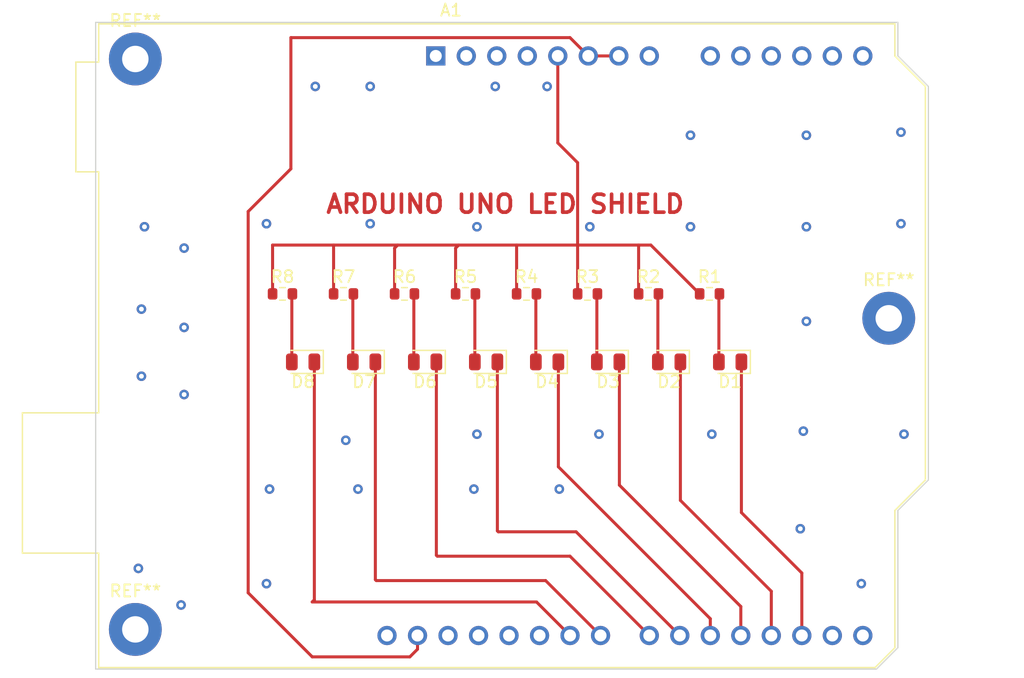
<source format=kicad_pcb>
(kicad_pcb (version 20221018) (generator pcbnew)
  (layers (0 "F.Cu" signal) (31 "B.Cu" signal) (34 "B.Paste" user) (35 "F.Paste" user) (36 "B.SilkS" user "B.Silkscreen") (37 "F.SilkS" user "F.Silkscreen") (38 "B.Mask" user) (39 "F.Mask" user) (44 "Edge.Cuts" user))
  (net 0 "")
  (net 1 "Net-(A1-+5V)")
  (net 2 "Net-(D8-A)")
  (net 3 "Net-(D7-A)")
  (net 4 "Net-(D6-A)")
  (net 5 "Net-(D5-A)")
  (net 6 "Net-(D4-A)")
  (net 7 "Net-(D3-A)")
  (net 8 "Net-(D2-A)")
  (net 9 "Net-(D1-A)")
  (net 14 "GND")
  (net 24 "Net-(A1-D2)")
  (net 25 "Net-(A1-D3)")
  (net 26 "Net-(A1-D4)")
  (net 27 "Net-(A1-D5)")
  (net 28 "Net-(A1-D6)")
  (net 29 "Net-(A1-D7)")
  (net 30 "Net-(A1-D8)")
  (net 31 "Net-(A1-D9)")
  (footprint "LED_SMD:LED_0805_2012Metric" (layer "F.Cu") (at 140.716 95.3285 180)
    (fp_text reference "D2" (at 0 -1.65) (layer "F.SilkS"))
    (fp_text value "LED")
    (fp_line (start -1.685 -0.96) (end -1.685 0.96) (stroke (width 0.12)) (layer "F.SilkS"))
    (fp_line (start -1.685 0.96) (end 1 0.96) (stroke (width 0.12)) (layer "F.SilkS"))
    (fp_line (start 1 -0.96) (end -1.685 -0.96) (stroke (width 0.12)) (layer "F.SilkS"))
    (pad "1" smd roundrect (at -0.9375 0 180) (size 0.975 1.4) (layers "F.Cu" "F.Paste" "F.Mask") (net 25 "Net-(A1-D3)"))
    (pad "2" smd roundrect (at 0.9375 0 180) (size 0.975 1.4) (layers "F.Cu" "F.Paste" "F.Mask") (net 8 "Net-(D2-A)"))
  )
  (footprint "Resistor_SMD:R_0603_1608Metric" (layer "F.Cu") (at 123.761 89.662)
    (fp_text reference "R5" (at 0 -1.43) (layer "F.SilkS"))
    (fp_text value "247")
    (fp_line (start -0.237258 -0.5225) (end 0.237258 -0.5225) (stroke (width 0.12)) (layer "F.SilkS"))
    (fp_line (start -0.237258 0.5225) (end 0.237258 0.5225) (stroke (width 0.12)) (layer "F.SilkS"))
    (pad "1" smd roundrect (at -0.825 0) (size 0.8 0.95) (layers "F.Cu" "F.Paste" "F.Mask") (net 1 "Net-(A1-+5V)"))
    (pad "2" smd roundrect (at 0.825 0) (size 0.8 0.95) (layers "F.Cu" "F.Paste" "F.Mask") (net 5 "Net-(D5-A)"))
  )
  (footprint "LED_SMD:LED_0805_2012Metric" (layer "F.Cu") (at 115.316 95.3285 180)
    (fp_text reference "D7" (at 0 -1.65) (layer "F.SilkS"))
    (fp_text value "LED")
    (fp_line (start -1.685 -0.96) (end -1.685 0.96) (stroke (width 0.12)) (layer "F.SilkS"))
    (fp_line (start -1.685 0.96) (end 1 0.96) (stroke (width 0.12)) (layer "F.SilkS"))
    (fp_line (start 1 -0.96) (end -1.685 -0.96) (stroke (width 0.12)) (layer "F.SilkS"))
    (pad "1" smd roundrect (at -0.9375 0 180) (size 0.975 1.4) (layers "F.Cu" "F.Paste" "F.Mask") (net 30 "Net-(A1-D8)"))
    (pad "2" smd roundrect (at 0.9375 0 180) (size 0.975 1.4) (layers "F.Cu" "F.Paste" "F.Mask") (net 3 "Net-(D7-A)"))
  )
  (footprint "Resistor_SMD:R_0603_1608Metric" (layer "F.Cu") (at 108.521 89.662)
    (fp_text reference "R8" (at 0 -1.43) (layer "F.SilkS"))
    (fp_text value "247")
    (fp_line (start -0.237258 -0.5225) (end 0.237258 -0.5225) (stroke (width 0.12)) (layer "F.SilkS"))
    (fp_line (start -0.237258 0.5225) (end 0.237258 0.5225) (stroke (width 0.12)) (layer "F.SilkS"))
    (pad "1" smd roundrect (at -0.825 0) (size 0.8 0.95) (layers "F.Cu" "F.Paste" "F.Mask") (net 1 "Net-(A1-+5V)"))
    (pad "2" smd roundrect (at 0.825 0) (size 0.8 0.95) (layers "F.Cu" "F.Paste" "F.Mask") (net 2 "Net-(D8-A)"))
  )
  (footprint "Resistor_SMD:R_0603_1608Metric" (layer "F.Cu") (at 139.001 89.662)
    (fp_text reference "R2" (at 0 -1.43) (layer "F.SilkS"))
    (fp_text value "247")
    (fp_line (start -0.237258 -0.5225) (end 0.237258 -0.5225) (stroke (width 0.12)) (layer "F.SilkS"))
    (fp_line (start -0.237258 0.5225) (end 0.237258 0.5225) (stroke (width 0.12)) (layer "F.SilkS"))
    (pad "1" smd roundrect (at -0.825 0) (size 0.8 0.95) (layers "F.Cu" "F.Paste" "F.Mask") (net 1 "Net-(A1-+5V)"))
    (pad "2" smd roundrect (at 0.825 0) (size 0.8 0.95) (layers "F.Cu" "F.Paste" "F.Mask") (net 8 "Net-(D2-A)"))
  )
  (footprint "LED_SMD:LED_0805_2012Metric" (layer "F.Cu") (at 120.396 95.3285 180)
    (fp_text reference "D6" (at 0 -1.65) (layer "F.SilkS"))
    (fp_text value "LED")
    (fp_line (start -1.685 -0.96) (end -1.685 0.96) (stroke (width 0.12)) (layer "F.SilkS"))
    (fp_line (start -1.685 0.96) (end 1 0.96) (stroke (width 0.12)) (layer "F.SilkS"))
    (fp_line (start 1 -0.96) (end -1.685 -0.96) (stroke (width 0.12)) (layer "F.SilkS"))
    (pad "1" smd roundrect (at -0.9375 0 180) (size 0.975 1.4) (layers "F.Cu" "F.Paste" "F.Mask") (net 29 "Net-(A1-D7)"))
    (pad "2" smd roundrect (at 0.9375 0 180) (size 0.975 1.4) (layers "F.Cu" "F.Paste" "F.Mask") (net 4 "Net-(D6-A)"))
  )
  (footprint "Resistor_SMD:R_0603_1608Metric" (layer "F.Cu") (at 133.921 89.662)
    (fp_text reference "R3" (at 0 -1.43) (layer "F.SilkS"))
    (fp_text value "247")
    (fp_line (start -0.237258 -0.5225) (end 0.237258 -0.5225) (stroke (width 0.12)) (layer "F.SilkS"))
    (fp_line (start -0.237258 0.5225) (end 0.237258 0.5225) (stroke (width 0.12)) (layer "F.SilkS"))
    (pad "1" smd roundrect (at -0.825 0) (size 0.8 0.95) (layers "F.Cu" "F.Paste" "F.Mask") (net 1 "Net-(A1-+5V)"))
    (pad "2" smd roundrect (at 0.825 0) (size 0.8 0.95) (layers "F.Cu" "F.Paste" "F.Mask") (net 7 "Net-(D3-A)"))
  )
  (footprint "MountingHole:MountingHole_2.2mm_M2_Pad" (layer "F.Cu") (at 96.266 70.104)
    (fp_text reference "REF**" (at 0 -3.2) (layer "F.SilkS"))
    (fp_text value "MountingHole_2.2mm_M2_Pad")
    (pad "1" thru_hole circle (at 0 0) (size 4.4 4.4) (drill 2.2) (layers "*.Cu" "*.Mask"))
  )
  (footprint "LED_SMD:LED_0805_2012Metric" (layer "F.Cu") (at 135.636 95.3285 180)
    (fp_text reference "D3" (at 0 -1.65) (layer "F.SilkS"))
    (fp_text value "LED")
    (fp_line (start -1.685 -0.96) (end -1.685 0.96) (stroke (width 0.12)) (layer "F.SilkS"))
    (fp_line (start -1.685 0.96) (end 1 0.96) (stroke (width 0.12)) (layer "F.SilkS"))
    (fp_line (start 1 -0.96) (end -1.685 -0.96) (stroke (width 0.12)) (layer "F.SilkS"))
    (pad "1" smd roundrect (at -0.9375 0 180) (size 0.975 1.4) (layers "F.Cu" "F.Paste" "F.Mask") (net 26 "Net-(A1-D4)"))
    (pad "2" smd roundrect (at 0.9375 0 180) (size 0.975 1.4) (layers "F.Cu" "F.Paste" "F.Mask") (net 7 "Net-(D3-A)"))
  )
  (footprint "Resistor_SMD:R_0603_1608Metric" (layer "F.Cu") (at 113.601 89.662)
    (fp_text reference "R7" (at 0 -1.43) (layer "F.SilkS"))
    (fp_text value "247")
    (fp_line (start -0.237258 -0.5225) (end 0.237258 -0.5225) (stroke (width 0.12)) (layer "F.SilkS"))
    (fp_line (start -0.237258 0.5225) (end 0.237258 0.5225) (stroke (width 0.12)) (layer "F.SilkS"))
    (pad "1" smd roundrect (at -0.825 0) (size 0.8 0.95) (layers "F.Cu" "F.Paste" "F.Mask") (net 1 "Net-(A1-+5V)"))
    (pad "2" smd roundrect (at 0.825 0) (size 0.8 0.95) (layers "F.Cu" "F.Paste" "F.Mask") (net 3 "Net-(D7-A)"))
  )
  (footprint "Resistor_SMD:R_0603_1608Metric" (layer "F.Cu") (at 118.681 89.662)
    (fp_text reference "R6" (at 0 -1.43) (layer "F.SilkS"))
    (fp_text value "247")
    (fp_line (start -0.237258 -0.5225) (end 0.237258 -0.5225) (stroke (width 0.12)) (layer "F.SilkS"))
    (fp_line (start -0.237258 0.5225) (end 0.237258 0.5225) (stroke (width 0.12)) (layer "F.SilkS"))
    (pad "1" smd roundrect (at -0.825 0) (size 0.8 0.95) (layers "F.Cu" "F.Paste" "F.Mask") (net 1 "Net-(A1-+5V)"))
    (pad "2" smd roundrect (at 0.825 0) (size 0.8 0.95) (layers "F.Cu" "F.Paste" "F.Mask") (net 4 "Net-(D6-A)"))
  )
  (footprint "MountingHole:MountingHole_2.2mm_M2_Pad" (layer "F.Cu") (at 159.004 91.694)
    (fp_text reference "REF**" (at 0 -3.2) (layer "F.SilkS"))
    (fp_text value "MountingHole_2.2mm_M2_Pad")
    (pad "1" thru_hole circle (at 0 0) (size 4.4 4.4) (drill 2.2) (layers "*.Cu" "*.Mask"))
  )
  (footprint "LED_SMD:LED_0805_2012Metric" (layer "F.Cu") (at 145.796 95.3285 180)
    (fp_text reference "D1" (at 0 -1.65) (layer "F.SilkS"))
    (fp_text value "LED")
    (fp_line (start -1.685 -0.96) (end -1.685 0.96) (stroke (width 0.12)) (layer "F.SilkS"))
    (fp_line (start -1.685 0.96) (end 1 0.96) (stroke (width 0.12)) (layer "F.SilkS"))
    (fp_line (start 1 -0.96) (end -1.685 -0.96) (stroke (width 0.12)) (layer "F.SilkS"))
    (pad "1" smd roundrect (at -0.9375 0 180) (size 0.975 1.4) (layers "F.Cu" "F.Paste" "F.Mask") (net 24 "Net-(A1-D2)"))
    (pad "2" smd roundrect (at 0.9375 0 180) (size 0.975 1.4) (layers "F.Cu" "F.Paste" "F.Mask") (net 9 "Net-(D1-A)"))
  )
  (footprint "Resistor_SMD:R_0603_1608Metric" (layer "F.Cu") (at 128.841 89.662)
    (fp_text reference "R4" (at 0 -1.43) (layer "F.SilkS"))
    (fp_text value "247")
    (fp_line (start -0.237258 -0.5225) (end 0.237258 -0.5225) (stroke (width 0.12)) (layer "F.SilkS"))
    (fp_line (start -0.237258 0.5225) (end 0.237258 0.5225) (stroke (width 0.12)) (layer "F.SilkS"))
    (pad "1" smd roundrect (at -0.825 0) (size 0.8 0.95) (layers "F.Cu" "F.Paste" "F.Mask") (net 1 "Net-(A1-+5V)"))
    (pad "2" smd roundrect (at 0.825 0) (size 0.8 0.95) (layers "F.Cu" "F.Paste" "F.Mask") (net 6 "Net-(D4-A)"))
  )
  (footprint "LED_SMD:LED_0805_2012Metric" (layer "F.Cu") (at 130.556 95.3285 180)
    (fp_text reference "D4" (at 0 -1.65) (layer "F.SilkS"))
    (fp_text value "LED")
    (fp_line (start -1.685 -0.96) (end -1.685 0.96) (stroke (width 0.12)) (layer "F.SilkS"))
    (fp_line (start -1.685 0.96) (end 1 0.96) (stroke (width 0.12)) (layer "F.SilkS"))
    (fp_line (start 1 -0.96) (end -1.685 -0.96) (stroke (width 0.12)) (layer "F.SilkS"))
    (pad "1" smd roundrect (at -0.9375 0 180) (size 0.975 1.4) (layers "F.Cu" "F.Paste" "F.Mask") (net 27 "Net-(A1-D5)"))
    (pad "2" smd roundrect (at 0.9375 0 180) (size 0.975 1.4) (layers "F.Cu" "F.Paste" "F.Mask") (net 6 "Net-(D4-A)"))
  )
  (footprint "LED_SMD:LED_0805_2012Metric" (layer "F.Cu") (at 110.236 95.3285 180)
    (fp_text reference "D8" (at 0 -1.65) (layer "F.SilkS"))
    (fp_text value "LED")
    (fp_line (start -1.685 -0.96) (end -1.685 0.96) (stroke (width 0.12)) (layer "F.SilkS"))
    (fp_line (start -1.685 0.96) (end 1 0.96) (stroke (width 0.12)) (layer "F.SilkS"))
    (fp_line (start 1 -0.96) (end -1.685 -0.96) (stroke (width 0.12)) (layer "F.SilkS"))
    (pad "1" smd roundrect (at -0.9375 0 180) (size 0.975 1.4) (layers "F.Cu" "F.Paste" "F.Mask") (net 31 "Net-(A1-D9)"))
    (pad "2" smd roundrect (at 0.9375 0 180) (size 0.975 1.4) (layers "F.Cu" "F.Paste" "F.Mask") (net 2 "Net-(D8-A)"))
  )
  (footprint "LED_SMD:LED_0805_2012Metric" (layer "F.Cu") (at 125.476 95.3285 180)
    (fp_text reference "D5" (at 0 -1.65) (layer "F.SilkS"))
    (fp_text value "LED")
    (fp_line (start -1.685 -0.96) (end -1.685 0.96) (stroke (width 0.12)) (layer "F.SilkS"))
    (fp_line (start -1.685 0.96) (end 1 0.96) (stroke (width 0.12)) (layer "F.SilkS"))
    (fp_line (start 1 -0.96) (end -1.685 -0.96) (stroke (width 0.12)) (layer "F.SilkS"))
    (pad "1" smd roundrect (at -0.9375 0 180) (size 0.975 1.4) (layers "F.Cu" "F.Paste" "F.Mask") (net 28 "Net-(A1-D6)"))
    (pad "2" smd roundrect (at 0.9375 0 180) (size 0.975 1.4) (layers "F.Cu" "F.Paste" "F.Mask") (net 5 "Net-(D5-A)"))
  )
  (footprint "Module:Arduino_UNO_R2" (layer "F.Cu") (at 121.285 69.85)
    (fp_text reference "A1" (at 1.27 -3.81 180) (layer "F.SilkS"))
    (fp_text value "Arduino_UNO_R2")
    (fp_line (start -34.42 29.72) (end -34.42 41.4) (stroke (width 0.12)) (layer "F.SilkS"))
    (fp_line (start -34.42 41.4) (end -28.07 41.4) (stroke (width 0.12)) (layer "F.SilkS"))
    (fp_line (start -29.97 0.51) (end -29.97 9.65) (stroke (width 0.12)) (layer "F.SilkS"))
    (fp_line (start -29.97 9.65) (end -28.07 9.65) (stroke (width 0.12)) (layer "F.SilkS"))
    (fp_line (start -28.07 -2.67) (end -28.07 0.51) (stroke (width 0.12)) (layer "F.SilkS"))
    (fp_line (start -28.07 0.51) (end -29.97 0.51) (stroke (width 0.12)) (layer "F.SilkS"))
    (fp_line (start -28.07 9.65) (end -28.07 29.72) (stroke (width 0.12)) (layer "F.SilkS"))
    (fp_line (start -28.07 29.72) (end -34.42 29.72) (stroke (width 0.12)) (layer "F.SilkS"))
    (fp_line (start -28.07 41.4) (end -28.07 50.93) (stroke (width 0.12)) (layer "F.SilkS"))
    (fp_line (start -28.07 50.93) (end 36.58 50.93) (stroke (width 0.12)) (layer "F.SilkS"))
    (fp_line (start 36.58 50.93) (end 38.23 49.28) (stroke (width 0.12)) (layer "F.SilkS"))
    (fp_line (start 38.23 -2.67) (end -28.07 -2.67) (stroke (width 0.12)) (layer "F.SilkS"))
    (fp_line (start 38.23 0) (end 38.23 -2.67) (stroke (width 0.12)) (layer "F.SilkS"))
    (fp_line (start 38.23 37.85) (end 40.77 35.31) (stroke (width 0.12)) (layer "F.SilkS"))
    (fp_line (start 38.23 49.28) (end 38.23 37.85) (stroke (width 0.12)) (layer "F.SilkS"))
    (fp_line (start 40.77 2.54) (end 38.23 0) (stroke (width 0.12)) (layer "F.SilkS"))
    (fp_line (start 40.77 35.31) (end 40.77 2.54) (stroke (width 0.12)) (layer "F.SilkS"))
    (pad "1" thru_hole rect (at 0 0 90) (size 1.6 1.6) (drill 1) (layers "*.Cu" "*.Mask"))
    (pad "2" thru_hole oval (at 2.54 0 90) (size 1.6 1.6) (drill 1) (layers "*.Cu" "*.Mask"))
    (pad "3" thru_hole oval (at 5.08 0 90) (size 1.6 1.6) (drill 1) (layers "*.Cu" "*.Mask"))
    (pad "4" thru_hole oval (at 7.62 0 90) (size 1.6 1.6) (drill 1) (layers "*.Cu" "*.Mask"))
    (pad "5" thru_hole oval (at 10.16 0 90) (size 1.6 1.6) (drill 1) (layers "*.Cu" "*.Mask") (net 1 "Net-(A1-+5V)"))
    (pad "6" thru_hole oval (at 12.7 0 90) (size 1.6 1.6) (drill 1) (layers "*.Cu" "*.Mask") (net 14 "GND"))
    (pad "7" thru_hole oval (at 15.24 0 90) (size 1.6 1.6) (drill 1) (layers "*.Cu" "*.Mask") (net 14 "GND"))
    (pad "8" thru_hole oval (at 17.78 0 90) (size 1.6 1.6) (drill 1) (layers "*.Cu" "*.Mask"))
    (pad "9" thru_hole oval (at 22.86 0 90) (size 1.6 1.6) (drill 1) (layers "*.Cu" "*.Mask"))
    (pad "10" thru_hole oval (at 25.4 0 90) (size 1.6 1.6) (drill 1) (layers "*.Cu" "*.Mask"))
    (pad "11" thru_hole oval (at 27.94 0 90) (size 1.6 1.6) (drill 1) (layers "*.Cu" "*.Mask"))
    (pad "12" thru_hole oval (at 30.48 0 90) (size 1.6 1.6) (drill 1) (layers "*.Cu" "*.Mask"))
    (pad "13" thru_hole oval (at 33.02 0 90) (size 1.6 1.6) (drill 1) (layers "*.Cu" "*.Mask"))
    (pad "14" thru_hole oval (at 35.56 0 90) (size 1.6 1.6) (drill 1) (layers "*.Cu" "*.Mask"))
    (pad "15" thru_hole oval (at 35.56 48.26 90) (size 1.6 1.6) (drill 1) (layers "*.Cu" "*.Mask"))
    (pad "16" thru_hole oval (at 33.02 48.26 90) (size 1.6 1.6) (drill 1) (layers "*.Cu" "*.Mask"))
    (pad "17" thru_hole oval (at 30.48 48.26 90) (size 1.6 1.6) (drill 1) (layers "*.Cu" "*.Mask") (net 24 "Net-(A1-D2)"))
    (pad "18" thru_hole oval (at 27.94 48.26 90) (size 1.6 1.6) (drill 1) (layers "*.Cu" "*.Mask") (net 25 "Net-(A1-D3)"))
    (pad "19" thru_hole oval (at 25.4 48.26 90) (size 1.6 1.6) (drill 1) (layers "*.Cu" "*.Mask") (net 26 "Net-(A1-D4)"))
    (pad "20" thru_hole oval (at 22.86 48.26 90) (size 1.6 1.6) (drill 1) (layers "*.Cu" "*.Mask") (net 27 "Net-(A1-D5)"))
    (pad "21" thru_hole oval (at 20.32 48.26 90) (size 1.6 1.6) (drill 1) (layers "*.Cu" "*.Mask") (net 28 "Net-(A1-D6)"))
    (pad "22" thru_hole oval (at 17.78 48.26 90) (size 1.6 1.6) (drill 1) (layers "*.Cu" "*.Mask") (net 29 "Net-(A1-D7)"))
    (pad "23" thru_hole oval (at 13.72 48.26 90) (size 1.6 1.6) (drill 1) (layers "*.Cu" "*.Mask") (net 30 "Net-(A1-D8)"))
    (pad "24" thru_hole oval (at 11.18 48.26 90) (size 1.6 1.6) (drill 1) (layers "*.Cu" "*.Mask") (net 31 "Net-(A1-D9)"))
    (pad "25" thru_hole oval (at 8.64 48.26 90) (size 1.6 1.6) (drill 1) (layers "*.Cu" "*.Mask"))
    (pad "26" thru_hole oval (at 6.1 48.26 90) (size 1.6 1.6) (drill 1) (layers "*.Cu" "*.Mask"))
    (pad "27" thru_hole oval (at 3.56 48.26 90) (size 1.6 1.6) (drill 1) (layers "*.Cu" "*.Mask"))
    (pad "28" thru_hole oval (at 1.02 48.26 90) (size 1.6 1.6) (drill 1) (layers "*.Cu" "*.Mask"))
    (pad "29" thru_hole oval (at -1.52 48.26 90) (size 1.6 1.6) (drill 1) (layers "*.Cu" "*.Mask") (net 14 "GND"))
    (pad "30" thru_hole oval (at -4.06 48.26 90) (size 1.6 1.6) (drill 1) (layers "*.Cu" "*.Mask"))
  )
  (footprint "Resistor_SMD:R_0603_1608Metric" (layer "F.Cu") (at 144.081 89.662)
    (fp_text reference "R1" (at 0 -1.43) (layer "F.SilkS"))
    (fp_text value "247")
    (fp_line (start -0.237258 -0.5225) (end 0.237258 -0.5225) (stroke (width 0.12)) (layer "F.SilkS"))
    (fp_line (start -0.237258 0.5225) (end 0.237258 0.5225) (stroke (width 0.12)) (layer "F.SilkS"))
    (pad "1" smd roundrect (at -0.825 0) (size 0.8 0.95) (layers "F.Cu" "F.Paste" "F.Mask") (net 1 "Net-(A1-+5V)"))
    (pad "2" smd roundrect (at 0.825 0) (size 0.8 0.95) (layers "F.Cu" "F.Paste" "F.Mask") (net 9 "Net-(D1-A)"))
  )
  (footprint "MountingHole:MountingHole_2.2mm_M2_Pad" (layer "F.Cu") (at 96.266 117.602)
    (fp_text reference "REF**" (at 0 -3.2) (layer "F.SilkS"))
    (fp_text value "MountingHole_2.2mm_M2_Pad")
    (pad "1" thru_hole circle (at 0 0) (size 4.4 4.4) (drill 2.2) (layers "*.Cu" "*.Mask"))
  )
  (gr_line (start 162.306 105.156) (end 159.766 107.696) (stroke (width 0.1)) (layer "Edge.Cuts"))
  (gr_line (start 92.964 70.104) (end 92.964 120.904) (stroke (width 0.1)) (layer "Edge.Cuts"))
  (gr_line (start 159.766 67.056) (end 159.766 69.85) (stroke (width 0.1)) (layer "Edge.Cuts"))
  (gr_line (start 157.988 120.904) (end 92.964 120.904) (stroke (width 0.1)) (layer "Edge.Cuts"))
  (gr_line (start 159.766 119.126) (end 157.988 120.904) (stroke (width 0.1)) (layer "Edge.Cuts"))
  (gr_line (start 159.766 107.696) (end 159.766 119.126) (stroke (width 0.1)) (layer "Edge.Cuts"))
  (gr_line (start 159.766 69.85) (end 162.306 72.39) (stroke (width 0.1)) (layer "Edge.Cuts"))
  (gr_line (start 162.306 72.39) (end 162.306 105.156) (stroke (width 0.1)) (layer "Edge.Cuts"))
  (gr_line (start 92.964 70.104) (end 92.964 67.056) (stroke (width 0.1)) (layer "Edge.Cuts"))
  (gr_line (start 92.964 67.056) (end 159.766 67.056) (stroke (width 0.1)) (layer "Edge.Cuts"))
  (gr_text "ARDUINO UNO LED SHIELD" (at 112.014 83.058) (layer "F.Cu") (effects (font (size 1.5 1.5) (thickness 0.3) bold) (justify left bottom)))
  (via (at 100.33 98.044) (size 0.8) (drill 0.4) (layers "F.Cu" "B.Cu") (net 0))
  (via (at 130.556 72.39) (size 0.8) (drill 0.4) (layers "F.Cu" "B.Cu") (net 0))
  (via (at 115.824 72.39) (size 0.8) (drill 0.4) (layers "F.Cu" "B.Cu") (net 0))
  (via (at 134.874 101.346) (size 0.8) (drill 0.4) (layers "F.Cu" "B.Cu") (net 0))
  (via (at 124.714 101.346) (size 0.8) (drill 0.4) (layers "F.Cu" "B.Cu") (net 0))
  (via (at 142.494 84.074) (size 0.8) (drill 0.4) (layers "F.Cu" "B.Cu") (net 0))
  (via (at 156.718 113.792) (size 0.8) (drill 0.4) (layers "F.Cu" "B.Cu") (net 0))
  (via (at 113.792 101.854) (size 0.8) (drill 0.4) (layers "F.Cu" "B.Cu") (net 0))
  (via (at 100.33 92.456) (size 0.8) (drill 0.4) (layers "F.Cu" "B.Cu") (net 0))
  (via (at 96.774 96.52) (size 0.8) (drill 0.4) (layers "F.Cu" "B.Cu") (net 0))
  (via (at 126.238 72.39) (size 0.8) (drill 0.4) (layers "F.Cu" "B.Cu") (net 0))
  (via (at 142.494 76.454) (size 0.8) (drill 0.4) (layers "F.Cu" "B.Cu") (net 0))
  (via (at 114.808 105.918) (size 0.8) (drill 0.4) (layers "F.Cu" "B.Cu") (net 0))
  (via (at 96.52 112.522) (size 0.8) (drill 0.4) (layers "F.Cu" "B.Cu") (net 0))
  (via (at 151.892 101.092) (size 0.8) (drill 0.4) (layers "F.Cu" "B.Cu") (net 0))
  (via (at 107.188 113.792) (size 0.8) (drill 0.4) (layers "F.Cu" "B.Cu") (net 0))
  (via (at 96.774 90.932) (size 0.8) (drill 0.4) (layers "F.Cu" "B.Cu") (net 0))
  (via (at 100.33 85.852) (size 0.8) (drill 0.4) (layers "F.Cu" "B.Cu") (net 0))
  (via (at 97.028 84.074) (size 0.8) (drill 0.4) (layers "F.Cu" "B.Cu") (net 0))
  (via (at 152.146 84.074) (size 0.8) (drill 0.4) (layers "F.Cu" "B.Cu") (net 0))
  (via (at 160.02 83.82) (size 0.8) (drill 0.4) (layers "F.Cu" "B.Cu") (net 0))
  (via (at 100.076 115.57) (size 0.8) (drill 0.4) (layers "F.Cu" "B.Cu") (net 0))
  (via (at 160.274 101.346) (size 0.8) (drill 0.4) (layers "F.Cu" "B.Cu") (net 0))
  (via (at 124.714 84.074) (size 0.8) (drill 0.4) (layers "F.Cu" "B.Cu") (net 0))
  (via (at 107.188 83.82) (size 0.8) (drill 0.4) (layers "F.Cu" "B.Cu") (net 0))
  (via (at 134.112 84.074) (size 0.8) (drill 0.4) (layers "F.Cu" "B.Cu") (net 0))
  (via (at 107.442 105.918) (size 0.8) (drill 0.4) (layers "F.Cu" "B.Cu") (net 0))
  (via (at 144.272 101.346) (size 0.8) (drill 0.4) (layers "F.Cu" "B.Cu") (net 0))
  (via (at 131.572 105.918) (size 0.8) (drill 0.4) (layers "F.Cu" "B.Cu") (net 0))
  (via (at 115.824 83.82) (size 0.8) (drill 0.4) (layers "F.Cu" "B.Cu") (net 0))
  (via (at 111.252 72.39) (size 0.8) (drill 0.4) (layers "F.Cu" "B.Cu") (net 0))
  (via (at 151.638 109.22) (size 0.8) (drill 0.4) (layers "F.Cu" "B.Cu") (net 0))
  (via (at 160.02 76.2) (size 0.8) (drill 0.4) (layers "F.Cu" "B.Cu") (net 0))
  (via (at 152.146 91.948) (size 0.8) (drill 0.4) (layers "F.Cu" "B.Cu") (net 0))
  (via (at 152.146 76.454) (size 0.8) (drill 0.4) (layers "F.Cu" "B.Cu") (net 0))
  (via (at 124.46 105.918) (size 0.8) (drill 0.4) (layers "F.Cu" "B.Cu") (net 0))
  (segment (start 123.19 85.598) (end 118.11 85.598) (width 0.25) (layer "F.Cu") (net 1))
  (segment (start 138.176 89.662) (end 138.176 85.598) (width 0.25) (layer "F.Cu") (net 1))
  (segment (start 131.445 69.85) (end 131.445 77.089) (width 0.25) (layer "F.Cu") (net 1))
  (segment (start 133.096 89.662) (end 133.096 85.598) (width 0.25) (layer "F.Cu") (net 1))
  (segment (start 131.445 77.089) (end 133.096 78.74) (width 0.25) (layer "F.Cu") (net 1))
  (segment (start 133.096 78.74) (end 133.096 85.598) (width 0.25) (layer "F.Cu") (net 1))
  (segment (start 118.11 85.598) (end 112.776 85.598) (width 0.25) (layer "F.Cu") (net 1))
  (segment (start 139.192 85.598) (end 138.176 85.598) (width 0.25) (layer "F.Cu") (net 1))
  (segment (start 112.776 89.662) (end 112.776 85.598) (width 0.25) (layer "F.Cu") (net 1))
  (segment (start 117.856 89.662) (end 117.856 85.852) (width 0.25) (layer "F.Cu") (net 1))
  (segment (start 117.856 85.852) (end 118.11 85.598) (width 0.25) (layer "F.Cu") (net 1))
  (segment (start 138.176 85.598) (end 133.096 85.598) (width 0.25) (layer "F.Cu") (net 1))
  (segment (start 128.016 89.662) (end 128.016 85.598) (width 0.25) (layer "F.Cu") (net 1))
  (segment (start 122.936 89.662) (end 122.936 85.852) (width 0.25) (layer "F.Cu") (net 1))
  (segment (start 143.256 89.662) (end 139.192 85.598) (width 0.25) (layer "F.Cu") (net 1))
  (segment (start 107.696 85.598) (end 107.696 89.662) (width 0.25) (layer "F.Cu") (net 1))
  (segment (start 122.936 85.852) (end 123.19 85.598) (width 0.25) (layer "F.Cu") (net 1))
  (segment (start 112.776 85.598) (end 107.696 85.598) (width 0.25) (layer "F.Cu") (net 1))
  (segment (start 128.016 85.598) (end 123.19 85.598) (width 0.25) (layer "F.Cu") (net 1))
  (segment (start 133.096 85.598) (end 128.016 85.598) (width 0.25) (layer "F.Cu") (net 1))
  (segment (start 109.2985 95.3285) (end 109.2985 89.7095) (width 0.25) (layer "F.Cu") (net 2))
  (segment (start 109.2985 89.7095) (end 109.346 89.662) (width 0.25) (layer "F.Cu") (net 2))
  (segment (start 114.3785 95.3285) (end 114.3785 89.7095) (width 0.25) (layer "F.Cu") (net 3))
  (segment (start 114.3785 89.7095) (end 114.426 89.662) (width 0.25) (layer "F.Cu") (net 3))
  (segment (start 119.4585 95.3285) (end 119.4585 89.7095) (width 0.25) (layer "F.Cu") (net 4))
  (segment (start 119.4585 89.7095) (end 119.506 89.662) (width 0.25) (layer "F.Cu") (net 4))
  (segment (start 124.5385 95.3285) (end 124.5385 89.7095) (width 0.25) (layer "F.Cu") (net 5))
  (segment (start 124.5385 89.7095) (end 124.586 89.662) (width 0.25) (layer "F.Cu") (net 5))
  (segment (start 129.6185 95.3285) (end 129.6185 89.7095) (width 0.25) (layer "F.Cu") (net 6))
  (segment (start 129.6185 89.7095) (end 129.666 89.662) (width 0.25) (layer "F.Cu") (net 6))
  (segment (start 134.6985 95.3285) (end 134.6985 89.7095) (width 0.25) (layer "F.Cu") (net 7))
  (segment (start 134.6985 89.7095) (end 134.746 89.662) (width 0.25) (layer "F.Cu") (net 7))
  (segment (start 139.7785 95.3285) (end 139.7785 89.7095) (width 0.25) (layer "F.Cu") (net 8))
  (segment (start 139.7785 89.7095) (end 139.826 89.662) (width 0.25) (layer "F.Cu") (net 8))
  (segment (start 144.8585 95.3285) (end 144.8585 89.7095) (width 0.25) (layer "F.Cu") (net 9))
  (segment (start 144.8585 89.7095) (end 144.906 89.662) (width 0.25) (layer "F.Cu") (net 9))
  (segment (start 110.998 119.888) (end 105.664 114.554) (width 0.25) (layer "F.Cu") (net 14))
  (segment (start 119.126 119.888) (end 110.998 119.888) (width 0.25) (layer "F.Cu") (net 14))
  (segment (start 109.22 79.248) (end 109.22 68.326) (width 0.25) (layer "F.Cu") (net 14))
  (segment (start 105.664 82.804) (end 109.22 79.248) (width 0.25) (layer "F.Cu") (net 14))
  (segment (start 132.461 68.326) (end 133.985 69.85) (width 0.25) (layer "F.Cu") (net 14))
  (segment (start 133.985 69.85) (end 136.525 69.85) (width 0.25) (layer "F.Cu") (net 14))
  (segment (start 119.765 119.249) (end 119.126 119.888) (width 0.25) (layer "F.Cu") (net 14))
  (segment (start 105.664 114.554) (end 105.664 82.804) (width 0.25) (layer "F.Cu") (net 14))
  (segment (start 119.765 118.11) (end 119.765 119.249) (width 0.25) (layer "F.Cu") (net 14))
  (segment (start 109.22 68.326) (end 132.461 68.326) (width 0.25) (layer "F.Cu") (net 14))
  (segment (start 151.765 112.903) (end 146.7335 107.8715) (width 0.25) (layer "F.Cu") (net 24))
  (segment (start 146.7335 107.8715) (end 146.7335 95.3285) (width 0.25) (layer "F.Cu") (net 24))
  (segment (start 151.765 118.11) (end 151.765 112.903) (width 0.25) (layer "F.Cu") (net 24))
  (segment (start 141.6535 106.8555) (end 141.6535 95.3285) (width 0.25) (layer "F.Cu") (net 25))
  (segment (start 149.225 118.11) (end 149.225 114.427) (width 0.25) (layer "F.Cu") (net 25))
  (segment (start 149.225 114.427) (end 141.6535 106.8555) (width 0.25) (layer "F.Cu") (net 25))
  (segment (start 146.685 118.11) (end 146.685 115.697) (width 0.25) (layer "F.Cu") (net 26))
  (segment (start 146.685 115.697) (end 136.5735 105.5855) (width 0.25) (layer "F.Cu") (net 26))
  (segment (start 136.5735 105.5855) (end 136.5735 95.3285) (width 0.25) (layer "F.Cu") (net 26))
  (segment (start 144.145 118.11) (end 144.145 116.713) (width 0.25) (layer "F.Cu") (net 27))
  (segment (start 131.4935 104.0615) (end 131.4935 95.3285) (width 0.25) (layer "F.Cu") (net 27))
  (segment (start 144.145 116.713) (end 131.4935 104.0615) (width 0.25) (layer "F.Cu") (net 27))
  (segment (start 132.969 109.474) (end 126.492 109.474) (width 0.25) (layer "F.Cu") (net 28))
  (segment (start 141.605 118.11) (end 132.969 109.474) (width 0.25) (layer "F.Cu") (net 28))
  (segment (start 126.4135 109.3955) (end 126.4135 95.3285) (width 0.25) (layer "F.Cu") (net 28))
  (segment (start 126.492 109.474) (end 126.4135 109.3955) (width 0.25) (layer "F.Cu") (net 28))
  (segment (start 132.461 111.506) (end 121.412 111.506) (width 0.25) (layer "F.Cu") (net 29))
  (segment (start 121.412 111.506) (end 121.3335 111.4275) (width 0.25) (layer "F.Cu") (net 29))
  (segment (start 121.3335 111.4275) (end 121.3335 95.3285) (width 0.25) (layer "F.Cu") (net 29))
  (segment (start 139.065 118.11) (end 132.461 111.506) (width 0.25) (layer "F.Cu") (net 29))
  (segment (start 135.005 118.11) (end 130.433 113.538) (width 0.25) (layer "F.Cu") (net 30))
  (segment (start 116.332 113.538) (end 116.2535 113.4595) (width 0.25) (layer "F.Cu") (net 30))
  (segment (start 130.433 113.538) (end 116.332 113.538) (width 0.25) (layer "F.Cu") (net 30))
  (segment (start 116.2535 113.4595) (end 116.2535 95.3285) (width 0.25) (layer "F.Cu") (net 30))
  (segment (start 110.998 115.316) (end 111.1735 115.1405) (width 0.25) (layer "F.Cu") (net 31))
  (segment (start 129.671 115.316) (end 110.998 115.316) (width 0.25) (layer "F.Cu") (net 31))
  (segment (start 132.465 118.11) (end 129.671 115.316) (width 0.25) (layer "F.Cu") (net 31))
  (segment (start 111.1735 115.1405) (end 111.1735 95.3285) (width 0.25) (layer "F.Cu") (net 31))
)
</source>
